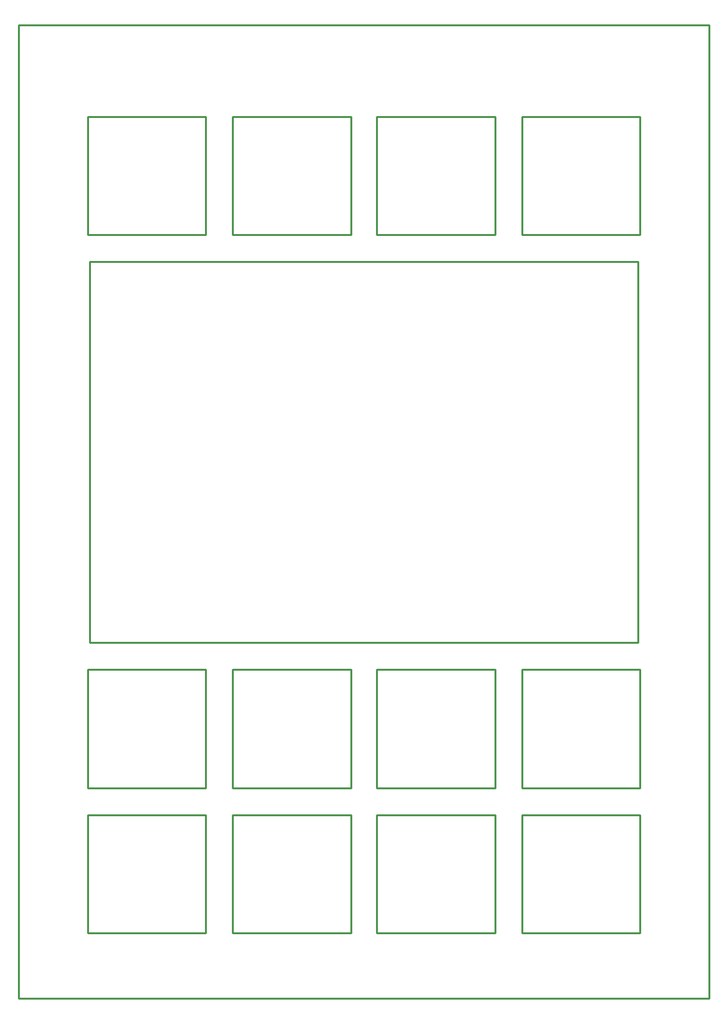
<source format=gko>
G04 Layer: BoardOutlineLayer*
G04 EasyEDA v6.5.29, 2023-07-16 15:11:24*
G04 e993e5008f34484d8f658c3e023484e8,5a6b42c53f6a479593ecc07194224c93,10*
G04 Gerber Generator version 0.2*
G04 Scale: 100 percent, Rotated: No, Reflected: No *
G04 Dimensions in millimeters *
G04 leading zeros omitted , absolute positions ,4 integer and 5 decimal *
%FSLAX45Y45*%
%MOMM*%

%ADD10C,0.2540*%
D10*
X0Y12852400D02*
G01*
X9131300Y12852400D01*
X9131300Y0D01*
X0Y0D01*
X0Y12852400D01*
X939800Y9728200D02*
G01*
X939800Y4699000D01*
X939800Y4699000D02*
G01*
X8191500Y4699000D01*
X8191500Y4699000D02*
G01*
X8191500Y9728200D01*
X8191500Y9728200D02*
G01*
X939800Y9728200D01*
X914400Y4343400D02*
G01*
X914400Y2781300D01*
X914400Y2781300D02*
G01*
X2476500Y2781300D01*
X2476500Y2781300D02*
G01*
X2476500Y4343400D01*
X2476500Y4343400D02*
G01*
X914400Y4343400D01*
X2832100Y4343400D02*
G01*
X2832100Y2781300D01*
X2832100Y2781300D02*
G01*
X4394200Y2781300D01*
X4394200Y2781300D02*
G01*
X4394200Y4343400D01*
X4394200Y4343400D02*
G01*
X2832100Y4343400D01*
X4737100Y4343400D02*
G01*
X4737100Y2781300D01*
X4737100Y2781300D02*
G01*
X6299200Y2781300D01*
X6299200Y2781300D02*
G01*
X6299200Y4343400D01*
X6299200Y4343400D02*
G01*
X4737100Y4343400D01*
X6654800Y4343400D02*
G01*
X6654800Y2781300D01*
X6654800Y2781300D02*
G01*
X8216900Y2781300D01*
X8216900Y2781300D02*
G01*
X8216900Y4343400D01*
X8216900Y4343400D02*
G01*
X6654800Y4343400D01*
X6654800Y2425700D02*
G01*
X6654800Y863600D01*
X6654800Y863600D02*
G01*
X8216900Y863600D01*
X8216900Y863600D02*
G01*
X8216900Y2425700D01*
X8216900Y2425700D02*
G01*
X6654800Y2425700D01*
X4737100Y2425700D02*
G01*
X4737100Y863600D01*
X4737100Y863600D02*
G01*
X6299200Y863600D01*
X6299200Y863600D02*
G01*
X6299200Y2425700D01*
X6299200Y2425700D02*
G01*
X4737100Y2425700D01*
X2832100Y2425700D02*
G01*
X2832100Y863600D01*
X2832100Y863600D02*
G01*
X4394200Y863600D01*
X4394200Y863600D02*
G01*
X4394200Y2425700D01*
X4394200Y2425700D02*
G01*
X2832100Y2425700D01*
X914400Y2425700D02*
G01*
X914400Y863600D01*
X914400Y863600D02*
G01*
X2476500Y863600D01*
X2476500Y863600D02*
G01*
X2476500Y2425700D01*
X2476500Y2425700D02*
G01*
X914400Y2425700D01*
X914400Y11645900D02*
G01*
X914400Y10083800D01*
X914400Y10083800D02*
G01*
X2476500Y10083800D01*
X2476500Y10083800D02*
G01*
X2476500Y11645900D01*
X2476500Y11645900D02*
G01*
X914400Y11645900D01*
X2832100Y11645900D02*
G01*
X2832100Y10083800D01*
X2832100Y10083800D02*
G01*
X4394200Y10083800D01*
X4394200Y10083800D02*
G01*
X4394200Y11645900D01*
X4394200Y11645900D02*
G01*
X2832100Y11645900D01*
X4737100Y11645900D02*
G01*
X4737100Y10083800D01*
X4737100Y10083800D02*
G01*
X6299200Y10083800D01*
X6299200Y10083800D02*
G01*
X6299200Y11645900D01*
X6299200Y11645900D02*
G01*
X4737100Y11645900D01*
X6654800Y11645900D02*
G01*
X6654800Y10083800D01*
X6654800Y10083800D02*
G01*
X8216900Y10083800D01*
X8216900Y10083800D02*
G01*
X8216900Y11645900D01*
X8216900Y11645900D02*
G01*
X6654800Y11645900D01*

%LPD*%
M02*

</source>
